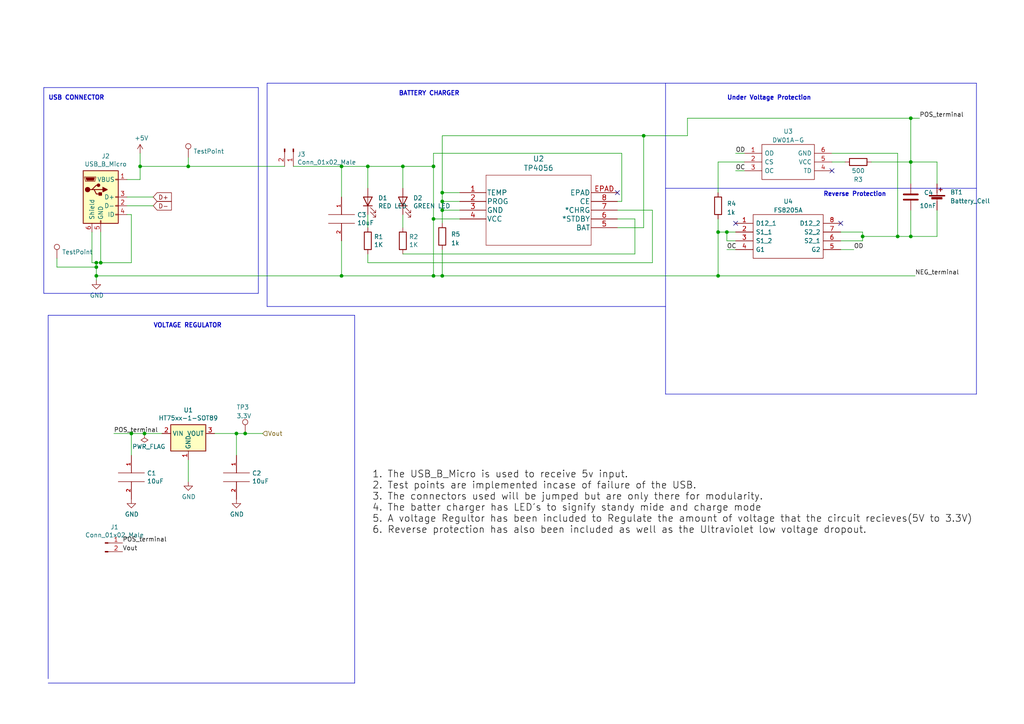
<source format=kicad_sch>
(kicad_sch (version 20230121) (generator eeschema)
  (paper "A4")
  (lib_symbols
    (symbol "Connector:TestPoint" (pin_numbers hide) (pin_names (offset 0.762) hide)
      (property "Reference" "TP" (at 0 6.858 0))
      (property "Value" "TestPoint" (at 0 5.08 0))
      (symbol "TestPoint_0_1"
        (circle (center 0 3.302) (radius 0.762))
      )
      (symbol "TestPoint_1_1"
        (pin passive line (at 0 0 90) (length 2.54) (name "1") (number "1"))
      )
    )
    (symbol "Connector:USB_B_Micro" (pin_names (offset 1.016))
      (property "Reference" "J" (at -5.08 11.43 0))
      (property "Value" "USB_B_Micro" (at -5.08 8.89 0))
      (symbol "USB_B_Micro_0_1"
        (rectangle (start -5.08 -7.62) (end 5.08 7.62) (stroke (width 0.254)) (fill (type background)))
        (circle (center -3.81 2.159) (radius 0.635) (stroke (width 0.254)) (fill (type outline)))
        (circle (center -0.635 3.429) (radius 0.381) (stroke (width 0.254)) (fill (type outline)))
        (rectangle (start -0.127 -7.62) (end 0.127 -6.858))
        (polyline (pts (xy -1.905 2.159) (xy 0.635 2.159)) (stroke (width 0.254)))
        (polyline (pts (xy -3.175 2.159) (xy -2.54 2.159) (xy -1.27 3.429) (xy -0.635 3.429)) (stroke (width 0.254)))
        (polyline (pts (xy -2.54 2.159) (xy -1.905 2.159) (xy -1.27 0.889) (xy 0 0.889)) (stroke (width 0.254)))
        (polyline (pts (xy 0.635 2.794) (xy 0.635 1.524) (xy 1.905 2.159) (xy 0.635 2.794)) (stroke (width 0.254)) (fill (type outline)))
        (polyline (pts (xy -4.318 5.588) (xy -1.778 5.588) (xy -2.032 4.826) (xy -4.064 4.826) (xy -4.318 5.588)) (fill (type outline)))
        (polyline (pts (xy -4.699 5.842) (xy -4.699 5.588) (xy -4.445 4.826) (xy -4.445 4.572) (xy -1.651 4.572) (xy -1.651 4.826) (xy -1.397 5.588) (xy -1.397 5.842) (xy -4.699 5.842)))
        (rectangle (start 0.254 1.27) (end -0.508 0.508) (stroke (width 0.254)) (fill (type outline)))
        (rectangle (start 5.08 -5.207) (end 4.318 -4.953))
        (rectangle (start 5.08 -2.667) (end 4.318 -2.413))
        (rectangle (start 5.08 -0.127) (end 4.318 0.127))
        (rectangle (start 5.08 4.953) (end 4.318 5.207))
      )
      (symbol "USB_B_Micro_1_1"
        (pin power_out line (at 7.62 5.08 180) (length 2.54) (name "VBUS") (number "1"))
        (pin bidirectional line (at 7.62 -2.54 180) (length 2.54) (name "D-") (number "2"))
        (pin bidirectional line (at 7.62 0 180) (length 2.54) (name "D+") (number "3"))
        (pin passive line (at 7.62 -5.08 180) (length 2.54) (name "ID") (number "4"))
        (pin power_out line (at 0 -10.16 90) (length 2.54) (name "GND") (number "5"))
        (pin passive line (at -2.54 -10.16 90) (length 2.54) (name "Shield") (number "6"))
      )
    )
    (symbol "DW01A-G:DW01A-G" (pin_names (offset 0.762))
      (property "Reference" "IC" (at 21.59 7.62 0))
      (property "Value" "DW01A-G" (at 21.59 5.08 0))
      (symbol "DW01A-G_0_0"
        (pin passive line (at 0 0 0) (length 5.08) (name "OD") (number "1"))
        (pin passive line (at 0 -2.54 0) (length 5.08) (name "CS") (number "2"))
        (pin passive line (at 0 -5.08 0) (length 5.08) (name "OC") (number "3"))
        (pin passive line (at 25.4 -5.08 180) (length 5.08) (name "TD") (number "4"))
        (pin passive line (at 25.4 -2.54 180) (length 5.08) (name "VCC") (number "5"))
        (pin passive line (at 25.4 0 180) (length 5.08) (name "GND") (number "6"))
      )
      (symbol "DW01A-G_0_1"
        (polyline (pts (xy 5.08 2.54) (xy 20.32 2.54) (xy 20.32 -7.62) (xy 5.08 -7.62) (xy 5.08 2.54)) (stroke (width 0.1524)))
      )
    )
    (symbol "Device:Battery_Cell" (pin_numbers hide) (pin_names (offset 0) hide)
      (property "Reference" "BT" (at 2.54 2.54 0))
      (property "Value" "Battery_Cell" (at 2.54 0 0))
      (symbol "Battery_Cell_0_1"
        (rectangle (start -2.286 1.778) (end 2.286 1.524) (fill (type outline)))
        (rectangle (start -1.5748 1.1938) (end 1.4732 0.6858) (fill (type outline)))
        (polyline (pts (xy 0 0.762) (xy 0 0)))
        (polyline (pts (xy 0 1.778) (xy 0 2.54)))
        (polyline (pts (xy 0.508 3.429) (xy 1.524 3.429)) (stroke (width 0.254)))
        (polyline (pts (xy 1.016 3.937) (xy 1.016 2.921)) (stroke (width 0.254)))
      )
      (symbol "Battery_Cell_1_1"
        (pin passive line (at 0 5.08 270) (length 2.54) (name "+") (number "1"))
        (pin passive line (at 0 -2.54 90) (length 2.54) (name "-") (number "2"))
      )
    )
    (symbol "Device:C" (pin_numbers hide) (pin_names (offset 0.254))
      (property "Reference" "C" (at 0.635 2.54 0))
      (property "Value" "C" (at 0.635 -2.54 0))
      (symbol "C_0_1"
        (polyline (pts (xy -2.032 -0.762) (xy 2.032 -0.762)) (stroke (width 0.508)))
        (polyline (pts (xy -2.032 0.762) (xy 2.032 0.762)) (stroke (width 0.508)))
      )
      (symbol "C_1_1"
        (pin passive line (at 0 3.81 270) (length 2.794) (name "~") (number "1"))
        (pin passive line (at 0 -3.81 90) (length 2.794) (name "~") (number "2"))
      )
    )
    (symbol "Device:LED" (pin_numbers hide) (pin_names (offset 1.016) hide)
      (property "Reference" "D" (at 0 2.54 0))
      (property "Value" "LED" (at 0 -2.54 0))
      (symbol "LED_0_1"
        (polyline (pts (xy -1.27 -1.27) (xy -1.27 1.27)) (stroke (width 0.254)))
        (polyline (pts (xy -1.27 0) (xy 1.27 0)))
        (polyline (pts (xy 1.27 -1.27) (xy 1.27 1.27) (xy -1.27 0) (xy 1.27 -1.27)) (stroke (width 0.254)))
        (polyline (pts (xy -3.048 -0.762) (xy -4.572 -2.286) (xy -3.81 -2.286) (xy -4.572 -2.286) (xy -4.572 -1.524)))
        (polyline (pts (xy -1.778 -0.762) (xy -3.302 -2.286) (xy -2.54 -2.286) (xy -3.302 -2.286) (xy -3.302 -1.524)))
      )
      (symbol "LED_1_1"
        (pin passive line (at -3.81 0 0) (length 2.54) (name "K") (number "1"))
        (pin passive line (at 3.81 0 180) (length 2.54) (name "A") (number "2"))
      )
    )
    (symbol "Device:R" (pin_numbers hide) (pin_names (offset 0))
      (property "Reference" "R" (at 2.032 0 90))
      (property "Value" "R" (at 0 0 90))
      (symbol "R_0_1"
        (rectangle (start -1.016 -2.54) (end 1.016 2.54) (stroke (width 0.254)))
      )
      (symbol "R_1_1"
        (pin passive line (at 0 3.81 270) (length 1.27) (name "~") (number "1"))
        (pin passive line (at 0 -3.81 90) (length 1.27) (name "~") (number "2"))
      )
    )
    (symbol "FS8205A:FS8205A" (pin_names (offset 0.762))
      (property "Reference" "Q" (at 26.67 7.62 0))
      (property "Value" "FS8205A" (at 26.67 5.08 0))
      (symbol "FS8205A_0_0"
        (pin passive line (at 0 0 0) (length 5.08) (name "D12_1") (number "1"))
        (pin passive line (at 0 -2.54 0) (length 5.08) (name "S1_1") (number "2"))
        (pin passive line (at 0 -5.08 0) (length 5.08) (name "S1_2") (number "3"))
        (pin passive line (at 0 -7.62 0) (length 5.08) (name "G1") (number "4"))
        (pin passive line (at 30.48 -7.62 180) (length 5.08) (name "G2") (number "5"))
        (pin passive line (at 30.48 -5.08 180) (length 5.08) (name "S2_1") (number "6"))
        (pin passive line (at 30.48 -2.54 180) (length 5.08) (name "S2_2") (number "7"))
        (pin passive line (at 30.48 0 180) (length 5.08) (name "D12_2") (number "8"))
      )
      (symbol "FS8205A_0_1"
        (polyline (pts (xy 5.08 2.54) (xy 25.4 2.54) (xy 25.4 -10.16) (xy 5.08 -10.16) (xy 5.08 2.54)) (stroke (width 0.1524)))
      )
    )
    (symbol "Regulator_Linear:HT75xx-1-SOT89"
      (property "Reference" "U" (at -5.08 -3.81 0))
      (property "Value" "HT75xx-1-SOT89" (at 0 6.35 0))
      (symbol "HT75xx-1-SOT89_0_1"
        (rectangle (start -5.08 5.08) (end 5.08 -2.54) (stroke (width 0.254)) (fill (type background)))
      )
      (symbol "HT75xx-1-SOT89_1_1"
        (pin power_in line (at 0 -5.08 90) (length 2.54) (name "GND") (number "1"))
        (pin power_in line (at -7.62 2.54 0) (length 2.54) (name "VIN") (number "2"))
        (pin power_out line (at 7.62 2.54 180) (length 2.54) (name "VOUT") (number "3"))
      )
    )
    (symbol "SCHEMATICS-rescue:C-pspice" (pin_names (offset 0.254))
      (property "Reference" "C" (at 2.54 3.81 90))
      (property "Value" "pspice_C" (at 2.54 -3.81 90))
      (symbol "C-pspice_0_1"
        (polyline (pts (xy -3.81 -1.27) (xy 3.81 -1.27)))
        (polyline (pts (xy -3.81 1.27) (xy 3.81 1.27)))
      )
      (symbol "C-pspice_1_1"
        (pin passive line (at 0 6.35 270) (length 5.08) (name "~") (number "1"))
        (pin passive line (at 0 -6.35 90) (length 5.08) (name "~") (number "2"))
      )
    )
    (symbol "SCHEMATICS-rescue:Conn_01x02_Male-Connector" (pin_names (offset 1.016) hide)
      (property "Reference" "J" (at 0 2.54 0))
      (property "Value" "Connector_Conn_01x02_Male" (at 0 -5.08 0))
      (symbol "Conn_01x02_Male-Connector_1_1"
        (polyline (pts (xy 1.27 -2.54) (xy 0.8636 -2.54)) (stroke (width 0.1524)))
        (polyline (pts (xy 1.27 0) (xy 0.8636 0)) (stroke (width 0.1524)))
        (rectangle (start 0.8636 -2.413) (end 0 -2.667) (stroke (width 0.1524)) (fill (type outline)))
        (rectangle (start 0.8636 0.127) (end 0 -0.127) (stroke (width 0.1524)) (fill (type outline)))
        (pin passive line (at 5.08 0 180) (length 3.81) (name "Pin_1") (number "1"))
        (pin passive line (at 5.08 -2.54 180) (length 3.81) (name "Pin_2") (number "2"))
      )
    )
    (symbol "SCHEMATICS-rescue:TP4056-2023-03-05_22-06-30" (pin_names (offset 0.254))
      (property "Reference" "U" (at 22.86 10.16 0))
      (property "Value" "TP4056-2023-03-05_22-06-30" (at 22.86 7.62 0))
      (symbol "TP4056-2023-03-05_22-06-30_1_1"
        (polyline (pts (xy 7.62 -15.24) (xy 38.1 -15.24)) (stroke (width 0.127)))
        (polyline (pts (xy 7.62 5.08) (xy 7.62 -15.24)) (stroke (width 0.127)))
        (polyline (pts (xy 38.1 -15.24) (xy 38.1 5.08)) (stroke (width 0.127)))
        (polyline (pts (xy 38.1 5.08) (xy 7.62 5.08)) (stroke (width 0.127)))
        (pin input line (at 0 0 0) (length 7.62) (name "TEMP") (number "1"))
        (pin unspecified line (at 0 -2.54 0) (length 7.62) (name "PROG") (number "2"))
        (pin power_in line (at 0 -5.08 0) (length 7.62) (name "GND") (number "3"))
        (pin power_in line (at 0 -7.62 0) (length 7.62) (name "VCC") (number "4"))
        (pin power_in line (at 45.72 -10.16 180) (length 7.62) (name "BAT") (number "5"))
        (pin unspecified line (at 45.72 -7.62 180) (length 7.62) (name "*STDBY") (number "6"))
        (pin unspecified line (at 45.72 -5.08 180) (length 7.62) (name "*CHRG") (number "7"))
        (pin input line (at 45.72 -2.54 180) (length 7.62) (name "CE") (number "8"))
        (pin unspecified line (at 45.72 0 180) (length 7.62) (name "EPAD") (number "EPAD"))
      )
    )
    (symbol "power:+5V" (power) (pin_names (offset 0))
      (property "Value" "+5V" (at 0 3.556 0))
      (symbol "+5V_0_1"
        (polyline (pts (xy -0.762 1.27) (xy 0 2.54)))
        (polyline (pts (xy 0 0) (xy 0 2.54)))
        (polyline (pts (xy 0 2.54) (xy 0.762 1.27)))
      )
      (symbol "+5V_1_1"
        (pin power_in line (at 0 0 90) (length 0) hide (name "+5V") (number "1"))
      )
    )
    (symbol "power:GND" (power) (pin_names (offset 0))
      (property "Value" "GND" (at 0 -3.81 0))
      (symbol "GND_0_1"
        (polyline (pts (xy 0 0) (xy 0 -1.27) (xy 1.27 -1.27) (xy 0 -2.54) (xy -1.27 -1.27) (xy 0 -1.27)))
      )
      (symbol "GND_1_1"
        (pin power_in line (at 0 0 270) (length 0) hide (name "GND") (number "1"))
      )
    )
    (symbol "power:PWR_FLAG" (power) (pin_numbers hide) (pin_names (offset 0) hide)
      (property "Value" "PWR_FLAG" (at 0 3.81 0))
      (symbol "PWR_FLAG_0_0"
        (pin power_out line (at 0 0 90) (length 0) (name "pwr") (number "1"))
      )
      (symbol "PWR_FLAG_0_1"
        (polyline (pts (xy 0 0) (xy 0 1.27) (xy -1.016 1.905) (xy 0 2.54) (xy 1.016 1.905) (xy 0 1.27)))
      )
    )
  )
  (junction (at 27.94 77.47))
  (junction (at 99.06 80.01))
  (junction (at 27.94 80.01))
  (junction (at 128.27 58.42))
  (junction (at 29.21 76.2))
  (junction (at 208.28 67.31))
  (junction (at 68.58 125.73))
  (junction (at 40.64 48.26))
  (junction (at 260.35 68.58))
  (junction (at 106.68 48.26))
  (junction (at 125.73 48.26))
  (junction (at 210.82 67.31))
  (junction (at 208.28 80.01))
  (junction (at 186.69 39.37))
  (junction (at 99.06 48.26))
  (junction (at 125.73 63.5))
  (junction (at 128.27 60.96))
  (junction (at 264.16 34.29))
  (junction (at 128.27 80.01))
  (junction (at 116.84 48.26))
  (junction (at 41.91 125.73))
  (junction (at 264.16 46.99))
  (junction (at 250.19 68.58))
  (junction (at 54.61 48.26))
  (junction (at 27.94 76.2))
  (junction (at 71.12 125.73))
  (junction (at 125.73 80.01))
  (junction (at 128.27 55.88))
  (junction (at 38.1 125.73))
  (junction (at 264.16 68.58))
  (no_connect (at 213.36 64.77))
  (no_connect (at 243.84 64.77))
  (no_connect (at 241.3 49.53))
  (no_connect (at 179.07 55.88))
  (wire (pts (xy 38.1 62.23) (xy 38.1 76.2)))
  (wire (pts (xy 36.83 57.15) (xy 44.45 57.15)))
  (wire (pts (xy 264.16 34.29) (xy 266.7 34.29)))
  (wire (pts (xy 26.67 67.31) (xy 26.67 76.2)))
  (wire (pts (xy 210.82 69.85) (xy 210.82 67.31)))
  (wire (pts (xy 243.84 69.85) (xy 250.19 69.85)))
  (wire (pts (xy 243.84 67.31) (xy 250.19 67.31)))
  (wire (pts (xy 250.19 68.58) (xy 260.35 68.58)))
  (wire (pts (xy 54.61 48.26) (xy 54.61 45.72)))
  (wire (pts (xy 241.3 46.99) (xy 245.11 46.99)))
  (wire (pts (xy 186.69 39.37) (xy 199.39 39.37)))
  (polyline (pts (xy 102.87 198.12) (xy 13.97 198.12)))
  (wire (pts (xy 36.83 59.69) (xy 44.45 59.69)))
  (wire (pts (xy 99.06 69.85) (xy 99.06 80.01)))
  (wire (pts (xy 213.36 49.53) (xy 215.9 49.53)))
  (wire (pts (xy 133.35 58.42) (xy 128.27 58.42)))
  (wire (pts (xy 208.28 46.99) (xy 208.28 55.88)))
  (wire (pts (xy 250.19 67.31) (xy 250.19 68.58)))
  (wire (pts (xy 199.39 39.37) (xy 199.39 34.29)))
  (wire (pts (xy 106.68 54.61) (xy 106.68 48.26)))
  (wire (pts (xy 99.06 80.01) (xy 125.73 80.01)))
  (polyline (pts (xy 283.21 114.3) (xy 283.21 24.13)))
  (wire (pts (xy 27.94 81.28) (xy 27.94 80.01)))
  (wire (pts (xy 85.09 48.26) (xy 99.06 48.26)))
  (wire (pts (xy 106.68 48.26) (xy 116.84 48.26)))
  (wire (pts (xy 271.78 46.99) (xy 271.78 53.34)))
  (wire (pts (xy 208.28 67.31) (xy 210.82 67.31)))
  (polyline (pts (xy 77.47 88.9) (xy 193.04 88.9)))
  (wire (pts (xy 71.12 125.73) (xy 76.2 125.73)))
  (wire (pts (xy 116.84 66.04) (xy 116.84 62.23)))
  (wire (pts (xy 208.28 63.5) (xy 208.28 67.31)))
  (wire (pts (xy 125.73 80.01) (xy 128.27 80.01)))
  (wire (pts (xy 116.84 73.66) (xy 184.15 73.66)))
  (wire (pts (xy 128.27 55.88) (xy 128.27 58.42)))
  (wire (pts (xy 264.16 60.96) (xy 264.16 68.58)))
  (wire (pts (xy 27.94 76.2) (xy 29.21 76.2)))
  (wire (pts (xy 54.61 48.26) (xy 82.55 48.26)))
  (wire (pts (xy 26.67 76.2) (xy 27.94 76.2)))
  (wire (pts (xy 29.21 76.2) (xy 29.21 67.31)))
  (polyline (pts (xy 193.04 24.13) (xy 77.47 24.13)))
  (wire (pts (xy 40.64 44.45) (xy 40.64 48.26)))
  (wire (pts (xy 213.36 67.31) (xy 210.82 67.31)))
  (polyline (pts (xy 193.04 54.61) (xy 283.21 54.61)))
  (wire (pts (xy 260.35 68.58) (xy 260.35 44.45)))
  (wire (pts (xy 27.94 80.01) (xy 99.06 80.01)))
  (wire (pts (xy 106.68 48.26) (xy 99.06 48.26)))
  (polyline (pts (xy 74.93 85.09) (xy 12.7 85.09)))
  (polyline (pts (xy 13.97 91.44) (xy 102.87 91.44)))
  (wire (pts (xy 252.73 46.99) (xy 264.16 46.99)))
  (wire (pts (xy 38.1 125.73) (xy 41.91 125.73)))
  (wire (pts (xy 264.16 34.29) (xy 264.16 46.99)))
  (wire (pts (xy 260.35 44.45) (xy 241.3 44.45)))
  (wire (pts (xy 125.73 48.26) (xy 116.84 48.26)))
  (wire (pts (xy 133.35 60.96) (xy 128.27 60.96)))
  (wire (pts (xy 40.64 48.26) (xy 54.61 48.26)))
  (polyline (pts (xy 193.04 114.3) (xy 283.21 114.3)))
  (polyline (pts (xy 102.87 91.44) (xy 102.87 198.12)))
  (wire (pts (xy 36.83 62.23) (xy 38.1 62.23)))
  (wire (pts (xy 38.1 76.2) (xy 29.21 76.2)))
  (wire (pts (xy 250.19 68.58) (xy 250.19 69.85)))
  (wire (pts (xy 189.23 60.96) (xy 179.07 60.96)))
  (wire (pts (xy 54.61 133.35) (xy 54.61 139.7)))
  (wire (pts (xy 41.91 125.73) (xy 46.99 125.73)))
  (wire (pts (xy 264.16 46.99) (xy 271.78 46.99)))
  (wire (pts (xy 199.39 34.29) (xy 264.16 34.29)))
  (wire (pts (xy 184.15 63.5) (xy 179.07 63.5)))
  (wire (pts (xy 180.34 44.45) (xy 125.73 44.45)))
  (wire (pts (xy 128.27 72.39) (xy 128.27 80.01)))
  (wire (pts (xy 128.27 60.96) (xy 128.27 64.77)))
  (wire (pts (xy 106.68 76.2) (xy 189.23 76.2)))
  (wire (pts (xy 215.9 46.99) (xy 208.28 46.99)))
  (wire (pts (xy 128.27 39.37) (xy 186.69 39.37)))
  (wire (pts (xy 38.1 125.73) (xy 38.1 132.08)))
  (wire (pts (xy 27.94 77.47) (xy 16.51 77.47)))
  (wire (pts (xy 213.36 69.85) (xy 210.82 69.85)))
  (wire (pts (xy 186.69 66.04) (xy 186.69 39.37)))
  (wire (pts (xy 68.58 125.73) (xy 62.23 125.73)))
  (polyline (pts (xy 77.47 24.13) (xy 77.47 88.9)))
  (wire (pts (xy 125.73 48.26) (xy 125.73 63.5)))
  (polyline (pts (xy 74.93 25.4) (xy 12.7 25.4)))
  (polyline (pts (xy 13.97 196.85) (xy 13.97 91.44)))
  (wire (pts (xy 271.78 60.96) (xy 271.78 68.58)))
  (wire (pts (xy 179.07 58.42) (xy 180.34 58.42)))
  (wire (pts (xy 128.27 55.88) (xy 128.27 39.37)))
  (wire (pts (xy 40.64 48.26) (xy 40.64 52.07)))
  (polyline (pts (xy 12.7 25.4) (xy 12.7 85.09)))
  (wire (pts (xy 180.34 58.42) (xy 180.34 44.45)))
  (wire (pts (xy 264.16 46.99) (xy 264.16 53.34)))
  (wire (pts (xy 106.68 66.04) (xy 106.68 62.23)))
  (wire (pts (xy 16.51 77.47) (xy 16.51 74.93)))
  (wire (pts (xy 116.84 48.26) (xy 116.84 54.61)))
  (wire (pts (xy 125.73 63.5) (xy 125.73 80.01)))
  (polyline (pts (xy 283.21 24.13) (xy 193.04 24.13)))
  (wire (pts (xy 128.27 80.01) (xy 208.28 80.01)))
  (wire (pts (xy 179.07 66.04) (xy 186.69 66.04)))
  (wire (pts (xy 68.58 125.73) (xy 68.58 132.08)))
  (wire (pts (xy 133.35 55.88) (xy 128.27 55.88)))
  (wire (pts (xy 106.68 73.66) (xy 106.68 76.2)))
  (wire (pts (xy 189.23 76.2) (xy 189.23 60.96)))
  (wire (pts (xy 243.84 72.39) (xy 247.65 72.39)))
  (wire (pts (xy 208.28 80.01) (xy 265.43 80.01)))
  (polyline (pts (xy 193.04 114.3) (xy 193.04 24.13)))
  (wire (pts (xy 99.06 48.26) (xy 99.06 57.15)))
  (wire (pts (xy 210.82 72.39) (xy 213.36 72.39)))
  (wire (pts (xy 125.73 44.45) (xy 125.73 48.26)))
  (wire (pts (xy 33.02 125.73) (xy 38.1 125.73)))
  (wire (pts (xy 128.27 58.42) (xy 128.27 60.96)))
  (wire (pts (xy 27.94 77.47) (xy 27.94 80.01)))
  (wire (pts (xy 68.58 125.73) (xy 71.12 125.73)))
  (wire (pts (xy 208.28 67.31) (xy 208.28 80.01)))
  (wire (pts (xy 133.35 63.5) (xy 125.73 63.5)))
  (wire (pts (xy 260.35 68.58) (xy 264.16 68.58)))
  (wire (pts (xy 213.36 44.45) (xy 215.9 44.45)))
  (wire (pts (xy 36.83 52.07) (xy 40.64 52.07)))
  (wire (pts (xy 184.15 73.66) (xy 184.15 63.5)))
  (polyline (pts (xy 74.93 25.4) (xy 74.93 85.09)))
  (wire (pts (xy 264.16 68.58) (xy 271.78 68.58)))
  (wire (pts (xy 27.94 76.2) (xy 27.94 77.47)))
  (text "USB CONNECTOR\n" (at 13.97 29.21 0) (effects (font (size 1.27 1.27) (thickness 0.254) bold) (justify left bottom)))
  (text "Reverse Protection\n" (at 238.76 57.15 0) (effects (font (size 1.27 1.27) (thickness 0.254) bold) (justify left bottom)))
  (text "BATTERY CHARGER\n" (at 133.35 27.94 0) (effects (font (size 1.27 1.27) (thickness 0.254) bold) (justify right bottom)))
  (text "VOLTAGE REGULATOR\n" (at 44.45 95.25 0) (effects (font (size 1.27 1.27) (thickness 0.254) bold) (justify left bottom)))
  (text "Under Voltage Protection" (at 210.82 29.21 0) (effects (font (size 1.27 1.27) (thickness 0.254) bold) (justify left bottom)))
  (text "1. The USB_B_Micro is used to receive 5v input.\n2. Test points are implemented incase of failure of the USB.\n3. The connectors used will be jumped but are only there for modularity.\n4. The batter charger has LED's to signify standy mide and charge mode\n5. A voltage Regultor has been included to Regulate the amount of voltage that the circuit recieves(5V to 3.3V)\n6. Reverse protection has also been included as well as the Ultraviolet low voltage dropout.\n" (at 107.95 154.94 0) (effects (font (size 2 2)) (justify left bottom)))
  (label "OC" (at 210.82 72.39 0))
  (label "OD" (at 213.36 44.45 0))
  (label "POS_terminal" (at 266.7 34.29 0))
  (label "Vout" (at 35.56 160.02 0))
  (label "POS_terminal" (at 35.56 157.48 0))
  (label "OC" (at 213.36 49.53 0))
  (label "NEG_terminal" (at 265.43 80.01 0))
  (label "OD" (at 247.65 72.39 0))
  (label "POS_terminal" (at 33.02 125.73 0))
  (global_label "D+" (shape input) (at 44.45 57.15 0) (property "Intersheetrefs" "${INTERSHEET_REFS}" (effects hide)))
  (global_label "D-" (shape input) (at 44.45 59.69 0) (property "Intersheetrefs" "${INTERSHEET_REFS}" (effects hide)))
  (hierarchical_label "Vout" (shape input) (at 76.2 125.73 0))
  (symbol (lib_id "Regulator_Linear:HT75xx-1-SOT89") (at 54.61 128.27 0) (unit 1)
    (property "Reference" "U1" (at 54.61 118.9482 0))
    (property "Value" "HT75xx-1-SOT89" (at 54.61 121.2596 0))
    (property "Footprint" "Package_TO_SOT_SMD:SOT-89-3" (effects hide))
    (property "Datasheet" "https://www.holtek.com/documents/10179/116711/HT75xx-1v250.pdf" (effects hide))
  )
  (symbol (lib_id "power:GND") (at 54.61 139.7 0) (unit 1)
    (property "Reference" "#PWR02" (effects hide))
    (property "Value" "GND" (at 54.737 144.0942 0))
  )
  (symbol (lib_id "SCHEMATICS-rescue:Conn_01x02_Male-Connector") (at 30.48 157.48 0) (unit 1)
    (property "Reference" "J1" (at 33.2232 152.8826 0))
    (property "Value" "Conn_01x02_Male" (at 33.2232 155.194 0))
  )
  (symbol (lib_id "SCHEMATICS-rescue:C-pspice") (at 38.1 138.43 0) (unit 1)
    (property "Reference" "C1" (at 42.6212 137.2616 0) (effects (justify left)))
    (property "Value" "10uF" (at 42.6212 139.573 0) (effects (justify left)))
  )
  (symbol (lib_id "power:GND") (at 38.1 144.78 0) (unit 1)
    (property "Reference" "#PWR01" (effects hide))
    (property "Value" "GND" (at 38.227 149.1742 0))
  )
  (symbol (lib_id "SCHEMATICS-rescue:C-pspice") (at 68.58 138.43 0) (unit 1)
    (property "Reference" "C2" (at 73.1012 137.2616 0) (effects (justify left)))
    (property "Value" "10uF" (at 73.1012 139.573 0) (effects (justify left)))
  )
  (symbol (lib_id "power:GND") (at 68.58 144.78 0) (unit 1)
    (property "Reference" "#PWR03" (effects hide))
    (property "Value" "GND" (at 68.707 149.1742 0))
  )
  (symbol (lib_id "Connector:USB_B_Micro") (at 29.21 57.15 0) (unit 1)
    (property "Reference" "J2" (at 30.6578 45.2882 0))
    (property "Value" "USB_B_Micro" (at 30.6578 47.5996 0))
  )
  (symbol (lib_id "power:+5V") (at 40.64 44.45 0) (unit 1)
    (property "Reference" "#PWR06" (effects hide))
    (property "Value" "+5V" (at 41.021 40.0558 0))
  )
  (symbol (lib_id "power:GND") (at 27.94 81.28 0) (unit 1)
    (property "Reference" "#PWR05" (effects hide))
    (property "Value" "GND" (at 28.067 85.6742 0))
  )
  (symbol (lib_id "Connector:TestPoint") (at 54.61 45.72 0) (unit 1)
    (property "Reference" "TP1" (effects hide))
    (property "Value" "TestPoint" (at 56.0832 43.8912 0) (effects (justify left)))
  )
  (symbol (lib_id "Connector:TestPoint") (at 16.51 74.93 0) (unit 1)
    (property "Reference" "TP2" (effects hide))
    (property "Value" "TestPoint" (at 17.9832 73.1012 0) (effects (justify left)))
  )
  (symbol (lib_id "SCHEMATICS-rescue:Conn_01x02_Male-Connector") (at 85.09 43.18 270) (unit 1)
    (property "Reference" "J3" (at 86.2076 44.7548 90) (effects (justify left)))
    (property "Value" "Conn_01x02_Male" (at 86.2076 47.0662 90) (effects (justify left)))
  )
  (symbol (lib_id "SCHEMATICS-rescue:TP4056-2023-03-05_22-06-30") (at 133.35 55.88 0) (unit 1)
    (property "Reference" "U2" (at 156.21 46.0502 0) (effects (font (size 1.524 1.524))))
    (property "Value" "TP4056" (at 156.21 48.7426 0) (effects (font (size 1.524 1.524))))
  )
  (symbol (lib_id "Device:LED") (at 106.68 58.42 90) (unit 1)
    (property "Reference" "D1" (at 109.6772 57.4294 90) (effects (justify right)))
    (property "Value" "RED LED" (at 109.6772 59.7408 90) (effects (justify right)))
  )
  (symbol (lib_id "Device:LED") (at 116.84 58.42 90) (unit 1)
    (property "Reference" "D2" (at 119.8372 57.4294 90) (effects (justify right)))
    (property "Value" "GREEN LED" (at 119.8372 59.7408 90) (effects (justify right)))
  )
  (symbol (lib_id "Device:R") (at 106.68 69.85 0) (unit 1)
    (property "Reference" "R1" (at 108.458 68.6816 0) (effects (justify left)))
    (property "Value" "1K" (at 108.458 70.993 0) (effects (justify left)))
  )
  (symbol (lib_id "Device:R") (at 116.84 69.85 0) (unit 1)
    (property "Reference" "R2" (at 118.618 68.6816 0) (effects (justify left)))
    (property "Value" "1K" (at 118.618 70.993 0) (effects (justify left)))
  )
  (symbol (lib_id "SCHEMATICS-rescue:C-pspice") (at 99.06 63.5 0) (unit 1)
    (property "Reference" "C3" (at 103.5812 62.3316 0) (effects (justify left)))
    (property "Value" "10uF" (at 103.5812 64.643 0) (effects (justify left)))
  )
  (symbol (lib_id "Device:R") (at 128.27 68.58 0) (unit 1)
    (property "Reference" "R5" (at 130.81 67.945 0) (effects (justify left)))
    (property "Value" "1k" (at 130.81 70.485 0) (effects (justify left)))
  )
  (symbol (lib_id "DW01A-G:DW01A-G") (at 215.9 44.45 0) (unit 1)
    (property "Reference" "U3" (at 228.6 38.1 0))
    (property "Value" "DW01A-G" (at 228.6 40.64 0))
    (property "Datasheet" "http://acoptex.com/uploads/DW01A.pdf" (effects hide))
    (property "Description" "One Cell Lithium-ion/Polymer Battery Protection IC" (effects hide))
    (property "Height" "1.35" (effects hide))
    (property "Manufacturer_Name" "Fortune Semiconductor Corporation" (effects hide))
    (property "Manufacturer_Part_Number" "DW01A-G" (effects hide))
  )
  (symbol (lib_id "FS8205A:FS8205A") (at 213.36 64.77 0) (unit 1)
    (property "Reference" "U4" (at 228.6 58.42 0))
    (property "Value" "FS8205A" (at 228.6 60.96 0))
    (property "Datasheet" "http://www.ic-fortune.com/upload/Download/FS8205A-DS-12_EN.pdf" (effects hide))
    (property "Description" "Dual N-Channel Enahncement Mode Power MOSFET" (effects hide))
    (property "Height" "1.2" (effects hide))
    (property "Manufacturer_Name" "Fortune Semiconductor Corporation" (effects hide))
    (property "Manufacturer_Part_Number" "FS8205A" (effects hide))
  )
  (symbol (lib_id "Device:R") (at 248.92 46.99 270) (unit 1)
    (property "Reference" "R3" (at 248.92 52.07 90))
    (property "Value" "500" (at 248.92 49.53 90))
  )
  (symbol (lib_id "Connector:TestPoint") (at 71.12 125.73 0) (unit 1)
    (property "Reference" "TP3" (at 68.58 118.11 0) (effects (justify left)))
    (property "Value" "3.3V" (at 68.58 120.65 0) (effects (justify left)))
  )
  (symbol (lib_id "Device:R") (at 208.28 59.69 0) (unit 1)
    (property "Reference" "R4" (at 210.82 59.055 0) (effects (justify left)))
    (property "Value" "1k" (at 210.82 61.595 0) (effects (justify left)))
  )
  (symbol (lib_id "Device:C") (at 264.16 57.15 0) (unit 1)
    (property "Reference" "C4" (at 267.97 55.88 0) (effects (justify left)))
    (property "Value" "10nF" (at 266.7 59.69 0) (effects (justify left)))
  )
  (symbol (lib_id "Device:Battery_Cell") (at 271.78 58.42 0) (unit 1)
    (property "Reference" "BT1" (at 275.59 55.753 0) (effects (justify left)))
    (property "Value" "Battery_Cell" (at 275.59 58.293 0) (effects (justify left)))
  )
  (symbol (lib_id "power:PWR_FLAG") (at 41.91 125.73 0) (mirror x) (unit 1)
    (property "Reference" "#FLG01" (effects hide))
    (property "Value" "PWR_FLAG" (at 43.18 129.54 0))
  )
)
</source>
